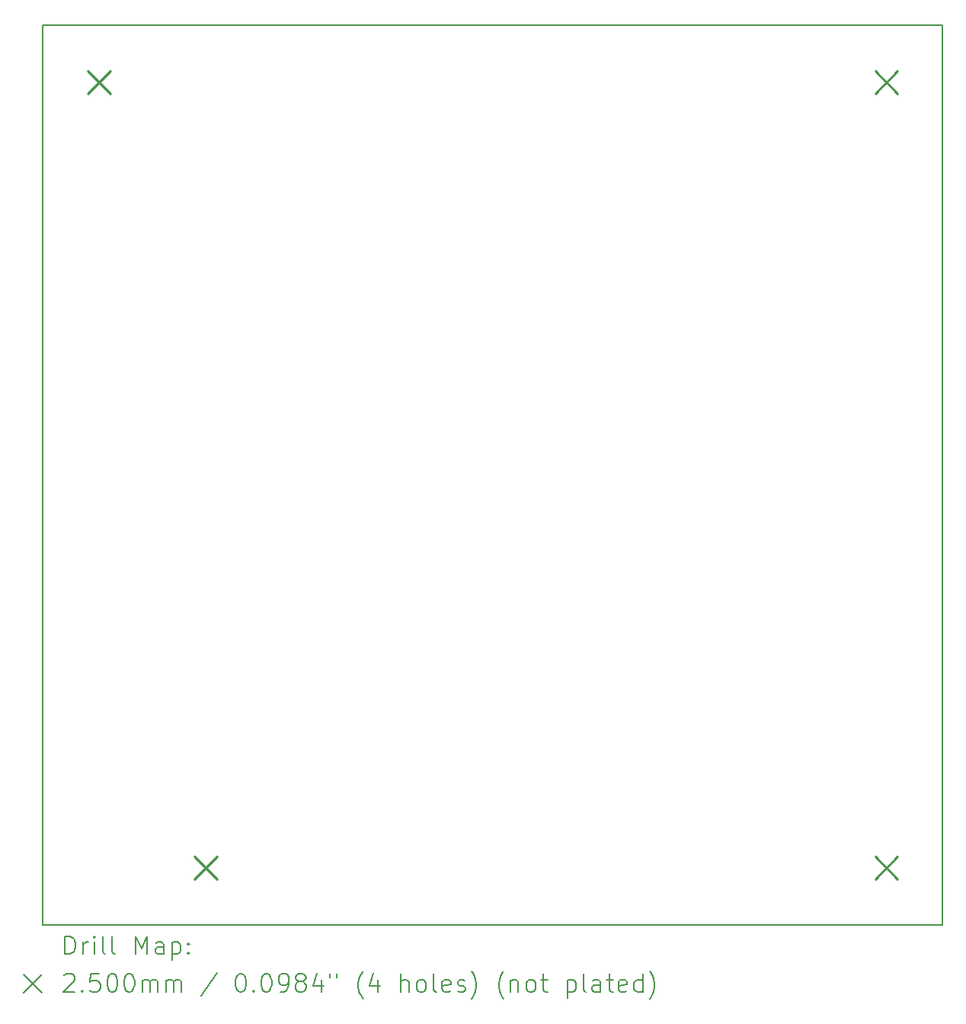
<source format=gbr>
%TF.GenerationSoftware,KiCad,Pcbnew,(6.0.7)*%
%TF.CreationDate,2022-10-20T08:35:28-05:00*%
%TF.ProjectId,ESP32,45535033-322e-46b6-9963-61645f706362,rev?*%
%TF.SameCoordinates,Original*%
%TF.FileFunction,Drillmap*%
%TF.FilePolarity,Positive*%
%FSLAX45Y45*%
G04 Gerber Fmt 4.5, Leading zero omitted, Abs format (unit mm)*
G04 Created by KiCad (PCBNEW (6.0.7)) date 2022-10-20 08:35:28*
%MOMM*%
%LPD*%
G01*
G04 APERTURE LIST*
%ADD10C,0.200000*%
%ADD11C,0.250000*%
G04 APERTURE END LIST*
D10*
X10000000Y-5240000D02*
X20000000Y-5240000D01*
X20000000Y-5240000D02*
X20000000Y-15240000D01*
X20000000Y-15240000D02*
X10000000Y-15240000D01*
X10000000Y-15240000D02*
X10000000Y-5240000D01*
D11*
X10500000Y-5750000D02*
X10750000Y-6000000D01*
X10750000Y-5750000D02*
X10500000Y-6000000D01*
X11686000Y-14475000D02*
X11936000Y-14725000D01*
X11936000Y-14475000D02*
X11686000Y-14725000D01*
X19250000Y-5750000D02*
X19500000Y-6000000D01*
X19500000Y-5750000D02*
X19250000Y-6000000D01*
X19250000Y-14475000D02*
X19500000Y-14725000D01*
X19500000Y-14475000D02*
X19250000Y-14725000D01*
D10*
X10247619Y-15560476D02*
X10247619Y-15360476D01*
X10295238Y-15360476D01*
X10323810Y-15370000D01*
X10342857Y-15389048D01*
X10352381Y-15408095D01*
X10361905Y-15446190D01*
X10361905Y-15474762D01*
X10352381Y-15512857D01*
X10342857Y-15531905D01*
X10323810Y-15550952D01*
X10295238Y-15560476D01*
X10247619Y-15560476D01*
X10447619Y-15560476D02*
X10447619Y-15427143D01*
X10447619Y-15465238D02*
X10457143Y-15446190D01*
X10466667Y-15436667D01*
X10485714Y-15427143D01*
X10504762Y-15427143D01*
X10571429Y-15560476D02*
X10571429Y-15427143D01*
X10571429Y-15360476D02*
X10561905Y-15370000D01*
X10571429Y-15379524D01*
X10580952Y-15370000D01*
X10571429Y-15360476D01*
X10571429Y-15379524D01*
X10695238Y-15560476D02*
X10676190Y-15550952D01*
X10666667Y-15531905D01*
X10666667Y-15360476D01*
X10800000Y-15560476D02*
X10780952Y-15550952D01*
X10771429Y-15531905D01*
X10771429Y-15360476D01*
X11028571Y-15560476D02*
X11028571Y-15360476D01*
X11095238Y-15503333D01*
X11161905Y-15360476D01*
X11161905Y-15560476D01*
X11342857Y-15560476D02*
X11342857Y-15455714D01*
X11333333Y-15436667D01*
X11314286Y-15427143D01*
X11276190Y-15427143D01*
X11257143Y-15436667D01*
X11342857Y-15550952D02*
X11323809Y-15560476D01*
X11276190Y-15560476D01*
X11257143Y-15550952D01*
X11247619Y-15531905D01*
X11247619Y-15512857D01*
X11257143Y-15493809D01*
X11276190Y-15484286D01*
X11323809Y-15484286D01*
X11342857Y-15474762D01*
X11438095Y-15427143D02*
X11438095Y-15627143D01*
X11438095Y-15436667D02*
X11457143Y-15427143D01*
X11495238Y-15427143D01*
X11514286Y-15436667D01*
X11523809Y-15446190D01*
X11533333Y-15465238D01*
X11533333Y-15522381D01*
X11523809Y-15541428D01*
X11514286Y-15550952D01*
X11495238Y-15560476D01*
X11457143Y-15560476D01*
X11438095Y-15550952D01*
X11619048Y-15541428D02*
X11628571Y-15550952D01*
X11619048Y-15560476D01*
X11609524Y-15550952D01*
X11619048Y-15541428D01*
X11619048Y-15560476D01*
X11619048Y-15436667D02*
X11628571Y-15446190D01*
X11619048Y-15455714D01*
X11609524Y-15446190D01*
X11619048Y-15436667D01*
X11619048Y-15455714D01*
X9790000Y-15790000D02*
X9990000Y-15990000D01*
X9990000Y-15790000D02*
X9790000Y-15990000D01*
X10238095Y-15799524D02*
X10247619Y-15790000D01*
X10266667Y-15780476D01*
X10314286Y-15780476D01*
X10333333Y-15790000D01*
X10342857Y-15799524D01*
X10352381Y-15818571D01*
X10352381Y-15837619D01*
X10342857Y-15866190D01*
X10228571Y-15980476D01*
X10352381Y-15980476D01*
X10438095Y-15961428D02*
X10447619Y-15970952D01*
X10438095Y-15980476D01*
X10428571Y-15970952D01*
X10438095Y-15961428D01*
X10438095Y-15980476D01*
X10628571Y-15780476D02*
X10533333Y-15780476D01*
X10523810Y-15875714D01*
X10533333Y-15866190D01*
X10552381Y-15856667D01*
X10600000Y-15856667D01*
X10619048Y-15866190D01*
X10628571Y-15875714D01*
X10638095Y-15894762D01*
X10638095Y-15942381D01*
X10628571Y-15961428D01*
X10619048Y-15970952D01*
X10600000Y-15980476D01*
X10552381Y-15980476D01*
X10533333Y-15970952D01*
X10523810Y-15961428D01*
X10761905Y-15780476D02*
X10780952Y-15780476D01*
X10800000Y-15790000D01*
X10809524Y-15799524D01*
X10819048Y-15818571D01*
X10828571Y-15856667D01*
X10828571Y-15904286D01*
X10819048Y-15942381D01*
X10809524Y-15961428D01*
X10800000Y-15970952D01*
X10780952Y-15980476D01*
X10761905Y-15980476D01*
X10742857Y-15970952D01*
X10733333Y-15961428D01*
X10723810Y-15942381D01*
X10714286Y-15904286D01*
X10714286Y-15856667D01*
X10723810Y-15818571D01*
X10733333Y-15799524D01*
X10742857Y-15790000D01*
X10761905Y-15780476D01*
X10952381Y-15780476D02*
X10971429Y-15780476D01*
X10990476Y-15790000D01*
X11000000Y-15799524D01*
X11009524Y-15818571D01*
X11019048Y-15856667D01*
X11019048Y-15904286D01*
X11009524Y-15942381D01*
X11000000Y-15961428D01*
X10990476Y-15970952D01*
X10971429Y-15980476D01*
X10952381Y-15980476D01*
X10933333Y-15970952D01*
X10923810Y-15961428D01*
X10914286Y-15942381D01*
X10904762Y-15904286D01*
X10904762Y-15856667D01*
X10914286Y-15818571D01*
X10923810Y-15799524D01*
X10933333Y-15790000D01*
X10952381Y-15780476D01*
X11104762Y-15980476D02*
X11104762Y-15847143D01*
X11104762Y-15866190D02*
X11114286Y-15856667D01*
X11133333Y-15847143D01*
X11161905Y-15847143D01*
X11180952Y-15856667D01*
X11190476Y-15875714D01*
X11190476Y-15980476D01*
X11190476Y-15875714D02*
X11200000Y-15856667D01*
X11219048Y-15847143D01*
X11247619Y-15847143D01*
X11266667Y-15856667D01*
X11276190Y-15875714D01*
X11276190Y-15980476D01*
X11371428Y-15980476D02*
X11371428Y-15847143D01*
X11371428Y-15866190D02*
X11380952Y-15856667D01*
X11400000Y-15847143D01*
X11428571Y-15847143D01*
X11447619Y-15856667D01*
X11457143Y-15875714D01*
X11457143Y-15980476D01*
X11457143Y-15875714D02*
X11466667Y-15856667D01*
X11485714Y-15847143D01*
X11514286Y-15847143D01*
X11533333Y-15856667D01*
X11542857Y-15875714D01*
X11542857Y-15980476D01*
X11933333Y-15770952D02*
X11761905Y-16028095D01*
X12190476Y-15780476D02*
X12209524Y-15780476D01*
X12228571Y-15790000D01*
X12238095Y-15799524D01*
X12247619Y-15818571D01*
X12257143Y-15856667D01*
X12257143Y-15904286D01*
X12247619Y-15942381D01*
X12238095Y-15961428D01*
X12228571Y-15970952D01*
X12209524Y-15980476D01*
X12190476Y-15980476D01*
X12171428Y-15970952D01*
X12161905Y-15961428D01*
X12152381Y-15942381D01*
X12142857Y-15904286D01*
X12142857Y-15856667D01*
X12152381Y-15818571D01*
X12161905Y-15799524D01*
X12171428Y-15790000D01*
X12190476Y-15780476D01*
X12342857Y-15961428D02*
X12352381Y-15970952D01*
X12342857Y-15980476D01*
X12333333Y-15970952D01*
X12342857Y-15961428D01*
X12342857Y-15980476D01*
X12476190Y-15780476D02*
X12495238Y-15780476D01*
X12514286Y-15790000D01*
X12523809Y-15799524D01*
X12533333Y-15818571D01*
X12542857Y-15856667D01*
X12542857Y-15904286D01*
X12533333Y-15942381D01*
X12523809Y-15961428D01*
X12514286Y-15970952D01*
X12495238Y-15980476D01*
X12476190Y-15980476D01*
X12457143Y-15970952D01*
X12447619Y-15961428D01*
X12438095Y-15942381D01*
X12428571Y-15904286D01*
X12428571Y-15856667D01*
X12438095Y-15818571D01*
X12447619Y-15799524D01*
X12457143Y-15790000D01*
X12476190Y-15780476D01*
X12638095Y-15980476D02*
X12676190Y-15980476D01*
X12695238Y-15970952D01*
X12704762Y-15961428D01*
X12723809Y-15932857D01*
X12733333Y-15894762D01*
X12733333Y-15818571D01*
X12723809Y-15799524D01*
X12714286Y-15790000D01*
X12695238Y-15780476D01*
X12657143Y-15780476D01*
X12638095Y-15790000D01*
X12628571Y-15799524D01*
X12619048Y-15818571D01*
X12619048Y-15866190D01*
X12628571Y-15885238D01*
X12638095Y-15894762D01*
X12657143Y-15904286D01*
X12695238Y-15904286D01*
X12714286Y-15894762D01*
X12723809Y-15885238D01*
X12733333Y-15866190D01*
X12847619Y-15866190D02*
X12828571Y-15856667D01*
X12819048Y-15847143D01*
X12809524Y-15828095D01*
X12809524Y-15818571D01*
X12819048Y-15799524D01*
X12828571Y-15790000D01*
X12847619Y-15780476D01*
X12885714Y-15780476D01*
X12904762Y-15790000D01*
X12914286Y-15799524D01*
X12923809Y-15818571D01*
X12923809Y-15828095D01*
X12914286Y-15847143D01*
X12904762Y-15856667D01*
X12885714Y-15866190D01*
X12847619Y-15866190D01*
X12828571Y-15875714D01*
X12819048Y-15885238D01*
X12809524Y-15904286D01*
X12809524Y-15942381D01*
X12819048Y-15961428D01*
X12828571Y-15970952D01*
X12847619Y-15980476D01*
X12885714Y-15980476D01*
X12904762Y-15970952D01*
X12914286Y-15961428D01*
X12923809Y-15942381D01*
X12923809Y-15904286D01*
X12914286Y-15885238D01*
X12904762Y-15875714D01*
X12885714Y-15866190D01*
X13095238Y-15847143D02*
X13095238Y-15980476D01*
X13047619Y-15770952D02*
X13000000Y-15913809D01*
X13123809Y-15913809D01*
X13190476Y-15780476D02*
X13190476Y-15818571D01*
X13266667Y-15780476D02*
X13266667Y-15818571D01*
X13561905Y-16056667D02*
X13552381Y-16047143D01*
X13533333Y-16018571D01*
X13523809Y-15999524D01*
X13514286Y-15970952D01*
X13504762Y-15923333D01*
X13504762Y-15885238D01*
X13514286Y-15837619D01*
X13523809Y-15809048D01*
X13533333Y-15790000D01*
X13552381Y-15761428D01*
X13561905Y-15751905D01*
X13723809Y-15847143D02*
X13723809Y-15980476D01*
X13676190Y-15770952D02*
X13628571Y-15913809D01*
X13752381Y-15913809D01*
X13980952Y-15980476D02*
X13980952Y-15780476D01*
X14066667Y-15980476D02*
X14066667Y-15875714D01*
X14057143Y-15856667D01*
X14038095Y-15847143D01*
X14009524Y-15847143D01*
X13990476Y-15856667D01*
X13980952Y-15866190D01*
X14190476Y-15980476D02*
X14171428Y-15970952D01*
X14161905Y-15961428D01*
X14152381Y-15942381D01*
X14152381Y-15885238D01*
X14161905Y-15866190D01*
X14171428Y-15856667D01*
X14190476Y-15847143D01*
X14219048Y-15847143D01*
X14238095Y-15856667D01*
X14247619Y-15866190D01*
X14257143Y-15885238D01*
X14257143Y-15942381D01*
X14247619Y-15961428D01*
X14238095Y-15970952D01*
X14219048Y-15980476D01*
X14190476Y-15980476D01*
X14371428Y-15980476D02*
X14352381Y-15970952D01*
X14342857Y-15951905D01*
X14342857Y-15780476D01*
X14523809Y-15970952D02*
X14504762Y-15980476D01*
X14466667Y-15980476D01*
X14447619Y-15970952D01*
X14438095Y-15951905D01*
X14438095Y-15875714D01*
X14447619Y-15856667D01*
X14466667Y-15847143D01*
X14504762Y-15847143D01*
X14523809Y-15856667D01*
X14533333Y-15875714D01*
X14533333Y-15894762D01*
X14438095Y-15913809D01*
X14609524Y-15970952D02*
X14628571Y-15980476D01*
X14666667Y-15980476D01*
X14685714Y-15970952D01*
X14695238Y-15951905D01*
X14695238Y-15942381D01*
X14685714Y-15923333D01*
X14666667Y-15913809D01*
X14638095Y-15913809D01*
X14619048Y-15904286D01*
X14609524Y-15885238D01*
X14609524Y-15875714D01*
X14619048Y-15856667D01*
X14638095Y-15847143D01*
X14666667Y-15847143D01*
X14685714Y-15856667D01*
X14761905Y-16056667D02*
X14771428Y-16047143D01*
X14790476Y-16018571D01*
X14800000Y-15999524D01*
X14809524Y-15970952D01*
X14819048Y-15923333D01*
X14819048Y-15885238D01*
X14809524Y-15837619D01*
X14800000Y-15809048D01*
X14790476Y-15790000D01*
X14771428Y-15761428D01*
X14761905Y-15751905D01*
X15123809Y-16056667D02*
X15114286Y-16047143D01*
X15095238Y-16018571D01*
X15085714Y-15999524D01*
X15076190Y-15970952D01*
X15066667Y-15923333D01*
X15066667Y-15885238D01*
X15076190Y-15837619D01*
X15085714Y-15809048D01*
X15095238Y-15790000D01*
X15114286Y-15761428D01*
X15123809Y-15751905D01*
X15200000Y-15847143D02*
X15200000Y-15980476D01*
X15200000Y-15866190D02*
X15209524Y-15856667D01*
X15228571Y-15847143D01*
X15257143Y-15847143D01*
X15276190Y-15856667D01*
X15285714Y-15875714D01*
X15285714Y-15980476D01*
X15409524Y-15980476D02*
X15390476Y-15970952D01*
X15380952Y-15961428D01*
X15371428Y-15942381D01*
X15371428Y-15885238D01*
X15380952Y-15866190D01*
X15390476Y-15856667D01*
X15409524Y-15847143D01*
X15438095Y-15847143D01*
X15457143Y-15856667D01*
X15466667Y-15866190D01*
X15476190Y-15885238D01*
X15476190Y-15942381D01*
X15466667Y-15961428D01*
X15457143Y-15970952D01*
X15438095Y-15980476D01*
X15409524Y-15980476D01*
X15533333Y-15847143D02*
X15609524Y-15847143D01*
X15561905Y-15780476D02*
X15561905Y-15951905D01*
X15571428Y-15970952D01*
X15590476Y-15980476D01*
X15609524Y-15980476D01*
X15828571Y-15847143D02*
X15828571Y-16047143D01*
X15828571Y-15856667D02*
X15847619Y-15847143D01*
X15885714Y-15847143D01*
X15904762Y-15856667D01*
X15914286Y-15866190D01*
X15923809Y-15885238D01*
X15923809Y-15942381D01*
X15914286Y-15961428D01*
X15904762Y-15970952D01*
X15885714Y-15980476D01*
X15847619Y-15980476D01*
X15828571Y-15970952D01*
X16038095Y-15980476D02*
X16019048Y-15970952D01*
X16009524Y-15951905D01*
X16009524Y-15780476D01*
X16200000Y-15980476D02*
X16200000Y-15875714D01*
X16190476Y-15856667D01*
X16171428Y-15847143D01*
X16133333Y-15847143D01*
X16114286Y-15856667D01*
X16200000Y-15970952D02*
X16180952Y-15980476D01*
X16133333Y-15980476D01*
X16114286Y-15970952D01*
X16104762Y-15951905D01*
X16104762Y-15932857D01*
X16114286Y-15913809D01*
X16133333Y-15904286D01*
X16180952Y-15904286D01*
X16200000Y-15894762D01*
X16266667Y-15847143D02*
X16342857Y-15847143D01*
X16295238Y-15780476D02*
X16295238Y-15951905D01*
X16304762Y-15970952D01*
X16323809Y-15980476D01*
X16342857Y-15980476D01*
X16485714Y-15970952D02*
X16466667Y-15980476D01*
X16428571Y-15980476D01*
X16409524Y-15970952D01*
X16400000Y-15951905D01*
X16400000Y-15875714D01*
X16409524Y-15856667D01*
X16428571Y-15847143D01*
X16466667Y-15847143D01*
X16485714Y-15856667D01*
X16495238Y-15875714D01*
X16495238Y-15894762D01*
X16400000Y-15913809D01*
X16666667Y-15980476D02*
X16666667Y-15780476D01*
X16666667Y-15970952D02*
X16647619Y-15980476D01*
X16609524Y-15980476D01*
X16590476Y-15970952D01*
X16580952Y-15961428D01*
X16571428Y-15942381D01*
X16571428Y-15885238D01*
X16580952Y-15866190D01*
X16590476Y-15856667D01*
X16609524Y-15847143D01*
X16647619Y-15847143D01*
X16666667Y-15856667D01*
X16742857Y-16056667D02*
X16752381Y-16047143D01*
X16771428Y-16018571D01*
X16780952Y-15999524D01*
X16790476Y-15970952D01*
X16800000Y-15923333D01*
X16800000Y-15885238D01*
X16790476Y-15837619D01*
X16780952Y-15809048D01*
X16771428Y-15790000D01*
X16752381Y-15761428D01*
X16742857Y-15751905D01*
M02*

</source>
